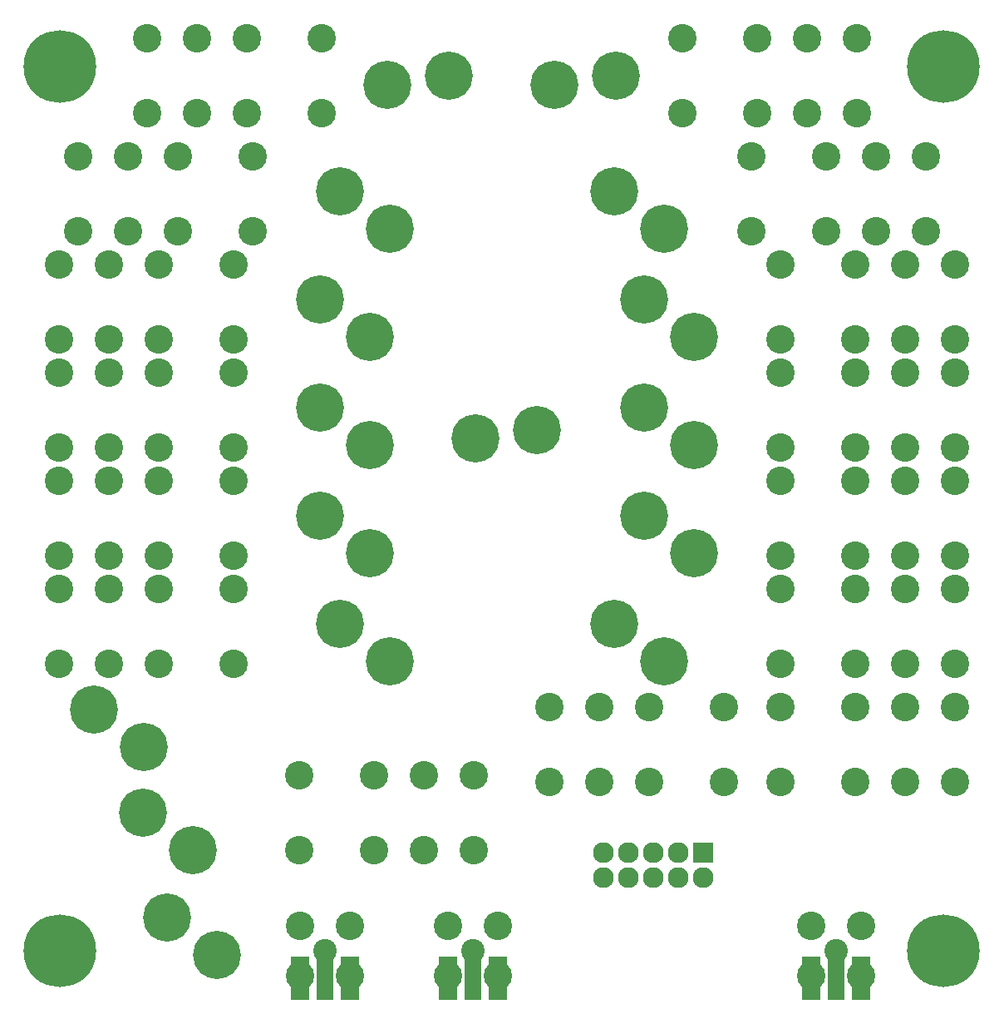
<source format=gts>
G04 #@! TF.FileFunction,Soldermask,Top*
%FSLAX46Y46*%
G04 Gerber Fmt 4.6, Leading zero omitted, Abs format (unit mm)*
G04 Created by KiCad (PCBNEW 4.0.7) date 01/12/18 12:42:44*
%MOMM*%
%LPD*%
G01*
G04 APERTURE LIST*
%ADD10C,0.100000*%
%ADD11C,4.900000*%
%ADD12R,2.127200X2.127200*%
%ADD13O,2.127200X2.127200*%
%ADD14C,2.900000*%
%ADD15C,2.398980*%
%ADD16C,2.899360*%
%ADD17C,7.400000*%
%ADD18R,1.800000X4.400000*%
%ADD19R,1.900000X4.400000*%
G04 APERTURE END LIST*
D10*
D11*
X93305923Y-51898026D03*
X99592102Y-51000000D03*
X116460000Y-62730000D03*
X121540000Y-66540000D03*
X119460000Y-84730000D03*
X124540000Y-88540000D03*
D12*
X125500000Y-130000000D03*
D13*
X125500000Y-132540000D03*
X122960000Y-130000000D03*
X122960000Y-132540000D03*
X120420000Y-130000000D03*
X120420000Y-132540000D03*
X117880000Y-130000000D03*
X117880000Y-132540000D03*
X115340000Y-130000000D03*
X115340000Y-132540000D03*
D14*
X133380000Y-70190000D03*
X133380000Y-77810000D03*
X141000000Y-70190000D03*
X141000000Y-77810000D03*
X146080000Y-70190000D03*
X146080000Y-77810000D03*
X151160000Y-70190000D03*
X151160000Y-77810000D03*
D11*
X119460000Y-95730000D03*
X124540000Y-99540000D03*
D14*
X127620000Y-122810000D03*
X127620000Y-115190000D03*
X120000000Y-122810000D03*
X120000000Y-115190000D03*
X114920000Y-122810000D03*
X114920000Y-115190000D03*
X109840000Y-122810000D03*
X109840000Y-115190000D03*
X86620000Y-54810000D03*
X86620000Y-47190000D03*
X79000000Y-54810000D03*
X79000000Y-47190000D03*
X73920000Y-54810000D03*
X73920000Y-47190000D03*
X68840000Y-54810000D03*
X68840000Y-47190000D03*
X133380000Y-103190000D03*
X133380000Y-110810000D03*
X141000000Y-103190000D03*
X141000000Y-110810000D03*
X146080000Y-103190000D03*
X146080000Y-110810000D03*
X151160000Y-103190000D03*
X151160000Y-110810000D03*
D11*
X86460000Y-95730000D03*
X91540000Y-99540000D03*
D15*
X102000000Y-140000000D03*
D16*
X104540000Y-137460000D03*
X104540000Y-142540000D03*
X99460000Y-142540000D03*
X99460000Y-137460000D03*
D15*
X139000000Y-140000000D03*
D16*
X141540000Y-137460000D03*
X141540000Y-142540000D03*
X136460000Y-142540000D03*
X136460000Y-137460000D03*
D17*
X60000000Y-50000000D03*
X150000000Y-140000000D03*
X60000000Y-140000000D03*
X150000000Y-50000000D03*
D15*
X87000000Y-140000000D03*
D16*
X89540000Y-137460000D03*
X89540000Y-142540000D03*
X84460000Y-142540000D03*
X84460000Y-137460000D03*
D11*
X86460000Y-84730000D03*
X91540000Y-88540000D03*
X75940000Y-140470000D03*
X70860000Y-136660000D03*
X88460000Y-62730000D03*
X93540000Y-66540000D03*
X86460000Y-73730000D03*
X91540000Y-77540000D03*
X88460000Y-106730000D03*
X93540000Y-110540000D03*
X73540000Y-129770000D03*
X68460000Y-125960000D03*
X110305923Y-51898026D03*
X116592102Y-51000000D03*
X119460000Y-73730000D03*
X124540000Y-77540000D03*
X116460000Y-106730000D03*
X121540000Y-110540000D03*
X68540000Y-119270000D03*
X63460000Y-115460000D03*
D14*
X84380000Y-122190000D03*
X84380000Y-129810000D03*
X92000000Y-122190000D03*
X92000000Y-129810000D03*
X97080000Y-122190000D03*
X97080000Y-129810000D03*
X102160000Y-122190000D03*
X102160000Y-129810000D03*
X79620000Y-66810000D03*
X79620000Y-59190000D03*
X72000000Y-66810000D03*
X72000000Y-59190000D03*
X66920000Y-66810000D03*
X66920000Y-59190000D03*
X61840000Y-66810000D03*
X61840000Y-59190000D03*
X77620000Y-77810000D03*
X77620000Y-70190000D03*
X70000000Y-77810000D03*
X70000000Y-70190000D03*
X64920000Y-77810000D03*
X64920000Y-70190000D03*
X59840000Y-77810000D03*
X59840000Y-70190000D03*
X77620000Y-88810000D03*
X77620000Y-81190000D03*
X70000000Y-88810000D03*
X70000000Y-81190000D03*
X64920000Y-88810000D03*
X64920000Y-81190000D03*
X59840000Y-88810000D03*
X59840000Y-81190000D03*
X77620000Y-99810000D03*
X77620000Y-92190000D03*
X70000000Y-99810000D03*
X70000000Y-92190000D03*
X64920000Y-99810000D03*
X64920000Y-92190000D03*
X59840000Y-99810000D03*
X59840000Y-92190000D03*
X77620000Y-110810000D03*
X77620000Y-103190000D03*
X70000000Y-110810000D03*
X70000000Y-103190000D03*
X64920000Y-110810000D03*
X64920000Y-103190000D03*
X59840000Y-110810000D03*
X59840000Y-103190000D03*
X123380000Y-47190000D03*
X123380000Y-54810000D03*
X131000000Y-47190000D03*
X131000000Y-54810000D03*
X136080000Y-47190000D03*
X136080000Y-54810000D03*
X141160000Y-47190000D03*
X141160000Y-54810000D03*
X130380000Y-59190000D03*
X130380000Y-66810000D03*
X138000000Y-59190000D03*
X138000000Y-66810000D03*
X143080000Y-59190000D03*
X143080000Y-66810000D03*
X148160000Y-59190000D03*
X148160000Y-66810000D03*
X133380000Y-81190000D03*
X133380000Y-88810000D03*
X141000000Y-81190000D03*
X141000000Y-88810000D03*
X146080000Y-81190000D03*
X146080000Y-88810000D03*
X151160000Y-81190000D03*
X151160000Y-88810000D03*
X133380000Y-92190000D03*
X133380000Y-99810000D03*
X141000000Y-92190000D03*
X141000000Y-99810000D03*
X146080000Y-92190000D03*
X146080000Y-99810000D03*
X151160000Y-92190000D03*
X151160000Y-99810000D03*
X133380000Y-115190000D03*
X133380000Y-122810000D03*
X141000000Y-115190000D03*
X141000000Y-122810000D03*
X146080000Y-115190000D03*
X146080000Y-122810000D03*
X151160000Y-115190000D03*
X151160000Y-122810000D03*
D11*
X102305923Y-87898026D03*
X108592102Y-87000000D03*
D18*
X102000000Y-142800000D03*
D19*
X104540000Y-142800000D03*
X99460000Y-142800000D03*
D18*
X87000000Y-142800000D03*
D19*
X89540000Y-142800000D03*
X84460000Y-142800000D03*
D18*
X139000000Y-142800000D03*
D19*
X141540000Y-142800000D03*
X136460000Y-142800000D03*
M02*

</source>
